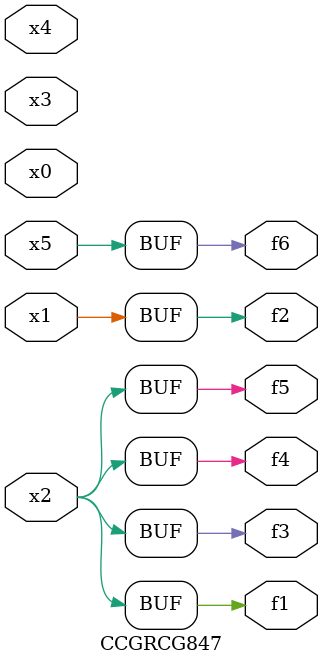
<source format=v>
module CCGRCG847(
	input x0, x1, x2, x3, x4, x5,
	output f1, f2, f3, f4, f5, f6
);
	assign f1 = x2;
	assign f2 = x1;
	assign f3 = x2;
	assign f4 = x2;
	assign f5 = x2;
	assign f6 = x5;
endmodule

</source>
